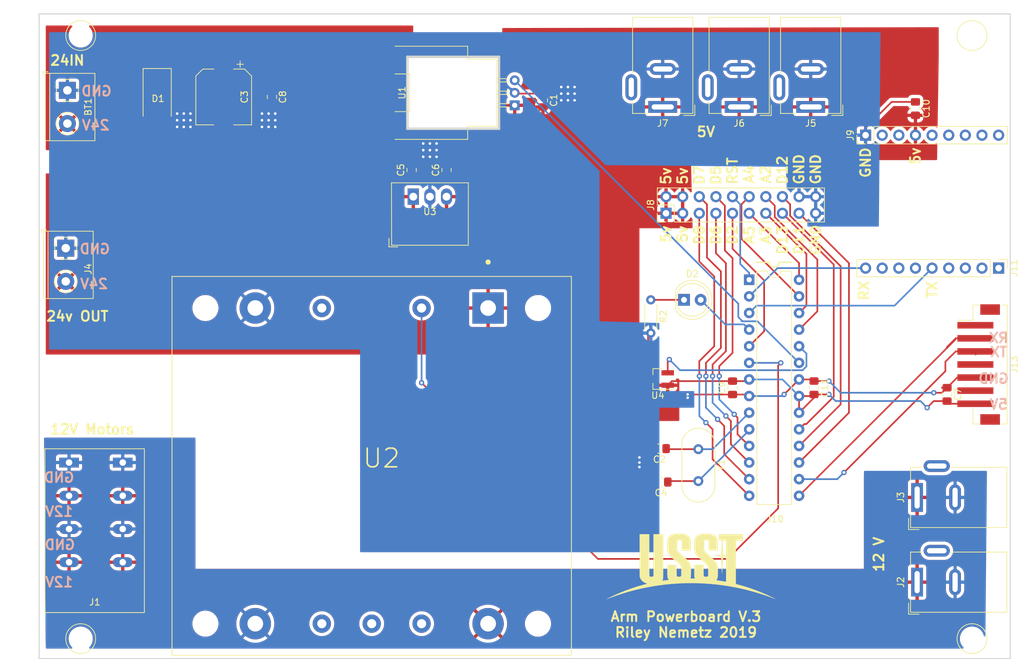
<source format=kicad_pcb>
(kicad_pcb (version 20221018) (generator pcbnew)
  (layers (0 "F.Cu" signal) (31 "B.Cu" signal) (34 "B.Paste" user) (35 "F.Paste" user) (36 "B.SilkS" user "B.Silkscreen") (37 "F.SilkS" user "F.Silkscreen") (38 "B.Mask" user) (39 "F.Mask" user) (44 "Edge.Cuts" user))
  (net 0 "")
  (net 1 "Net-(C2-Pad1)")
  (net 2 "Net-(C4-Pad1)")
  (net 3 "Net-(D2-Pad1)")
  (net 4 "12v-")
  (net 5 "12v+")
  (net 6 "24v")
  (net 7 "Net-(J10-Pad14)")
  (net 8 "Net-(J10-Pad13)")
  (net 9 "Net-(J10-Pad12)")
  (net 10 "Net-(J10-Pad11)")
  (net 11 "Net-(J10-Pad5)")
  (net 12 "Rx")
  (net 13 "Tx")
  (net 14 "ISense")
  (net 15 "TempSense")
  (net 16 "Net-(J10-Pad25)")
  (net 17 "Net-(J10-Pad26)")
  (net 18 "Net-(J10-Pad1)")
  (net 19 "Net-(J10-Pad17)")
  (net 20 "Net-(J10-Pad18)")
  (net 21 "Net-(J10-Pad19)")
  (net 22 "RX1")
  (net 23 "TX1")
  (net 24 "5v+")
  (net 25 "Net-(BT1-Pad2)")
  (net 26 "Net-(D2-Pad2)")
  (net 27 "ONoff")
  (net 28 "GND")
  (net 29 "Net-(J10-Pad28)")
  (net 30 "Net-(J10-Pad27)")
  (footprint "TerminalBlocks:TerminalBlock_1x02_P5.08mm_Horizontal" (layer "F.Cu") (at 24.892 43.942 -90)
    (fp_text reference "BT1")
    (fp_text value "24vin")
  )
  (footprint "Capacitor_SMD:C_0805_2012Metric_Pad1.15x1.40mm_HandSolder" (layer "F.Cu") (at 77.47 56.125 90)
    (fp_text reference "C5")
    (fp_text value "10pF")
  )
  (footprint "Capacitor_SMD:C_0805_2012Metric_Pad1.15x1.40mm_HandSolder" (layer "F.Cu") (at 82.804 56.125 90)
    (fp_text reference "C6")
    (fp_text value "10pF")
  )
  (footprint "Connector_PinHeader_2.54mm:PinHeader_2x10_P2.54mm_Vertical" (layer "F.Cu") (at 116.332 62.738 90)
    (fp_text reference "J8")
    (fp_text value "Gpio out")
  )
  (footprint "Capacitor_SMD:C_0805_2012Metric_Pad1.15x1.40mm_HandSolder" (layer "F.Cu") (at 159.258 90.424 -90)
    (fp_text reference "C7")
    (fp_text value "100nF")
  )
  (footprint "Capacitor_SMD:C_0805_2012Metric_Pad1.15x1.40mm_HandSolder" (layer "F.Cu") (at 56.134 44.958 -90)
    (fp_text reference "C8")
    (fp_text value "10 uF")
  )
  (footprint "Capacitor_SMD:C_0805_2012Metric_Pad1.15x1.40mm_HandSolder" (layer "F.Cu") (at 126.492 89.417 90)
    (fp_text reference "C9")
    (fp_text value "100nF")
  )
  (footprint "Capacitor_SMD:C_0805_2012Metric_Pad1.15x1.40mm_HandSolder" (layer "F.Cu") (at 154.432 46.736 -90)
    (fp_text reference "C10")
    (fp_text value "100nF")
  )
  (footprint "Capacitor_SMD:C_0805_2012Metric_Pad1.15x1.40mm_HandSolder" (layer "F.Cu") (at 138.938 89.408 -90)
    (fp_text reference "C11")
    (fp_text value "100nF")
  )
  (footprint "Capacitor_SMD:C_0805_2012Metric_Pad1.15x1.40mm_HandSolder" (layer "F.Cu") (at 115.325 98.708598 180)
    (fp_text reference "C2")
    (fp_text value "22pF")
  )
  (footprint "Capacitor_SMD:C_0805_2012Metric_Pad1.15x1.40mm_HandSolder" (layer "F.Cu") (at 115.579 103.818598 180)
    (fp_text reference "C4")
    (fp_text value "22pF")
  )
  (footprint "Connector_BarrelJack:BarrelJack_Wuerth_6941xx301002" (layer "F.Cu") (at 154.686 119.126 90)
    (fp_text reference "J2")
    (fp_text value "Barrel_Jack")
  )
  (footprint "Connector_BarrelJack:BarrelJack_Wuerth_6941xx301002" (layer "F.Cu") (at 154.686 106.172 90)
    (fp_text reference "J3")
    (fp_text value "Barrel_Jack")
  )
  (footprint "Connector_BarrelJack:BarrelJack_Wuerth_6941xx301002" (layer "F.Cu") (at 138.43 46.482 180)
    (fp_text reference "J5")
    (fp_text value "Barrel_Jack")
  )
  (footprint "Connector_BarrelJack:BarrelJack_Wuerth_6941xx301002" (layer "F.Cu") (at 127.508 46.482 180)
    (fp_text reference "J6")
    (fp_text value "Barrel_Jack")
  )
  (footprint "Connector_BarrelJack:BarrelJack_Wuerth_6941xx301002" (layer "F.Cu") (at 115.824 46.482 180)
    (fp_text reference "J7")
    (fp_text value "Barrel_Jack")
  )
  (footprint "USSTlogo:USSTLOGO" (layer "F.Cu") (at 120.142 116.713)
    (fp_text reference "G***" hide)
    (fp_text value "LOGO" hide)
  )
  (footprint "Capacitor_SMD:C_0805_2012Metric_Pad1.15x1.40mm_HandSolder" (layer "F.Cu") (at 97.536 45.466 -90)
    (fp_text reference "C1")
    (fp_text value "100nF")
  )
  (footprint "Capacitor_SMD:CP_Elec_8x10" (layer "F.Cu") (at 48.768 44.958 -90)
    (fp_text reference "C3")
    (fp_text value "220uF")
  )
  (footprint "Diode_SMD:D_SMB_Handsoldering" (layer "F.Cu") (at 38.608 45.212 -90)
    (fp_text reference "D1")
    (fp_text value "D_Zener")
  )
  (footprint "LED_THT:LED_D5.0mm_IRGrey" (layer "F.Cu") (at 119.084059 75.968813)
    (fp_text reference "D2")
    (fp_text value "LED")
  )
  (footprint "TerminalBlocks:TerminalBlock_Big4pin" (layer "F.Cu") (at 25.146 100.838 -90)
    (fp_text reference "J1")
    (fp_text value "Screw_Terminal_01x04")
  )
  (footprint "TerminalBlocks:TerminalBlock_1x02_P5.08mm_Horizontal" (layer "F.Cu") (at 24.638 68.072 -90)
    (fp_text reference "J4")
    (fp_text value "Screw_Terminal_01x02")
  )
  (footprint "Connector_PinHeader_2.54mm:PinHeader_1x09_P2.54mm_Vertical" (layer "F.Cu") (at 146.812 50.8 90)
    (fp_text reference "J9")
    (fp_text value "Breakout L")
  )
  (footprint "Package_DIP:DIP-28_W7.62mm" (layer "F.Cu") (at 129.032 72.898)
    (fp_text reference "J10")
    (fp_text value "Atmega Holder")
  )
  (footprint "Connector_PinHeader_2.54mm:PinHeader_1x09_P2.54mm_Vertical" (layer "F.Cu") (at 167.132 71.12 -90)
    (fp_text reference "J11")
    (fp_text value "Breakout R")
  )
  (footprint "Connector_JST:JST_PH_B7B-PH-SM4-TB_1x07-1MP_P2.00mm_Vertical" (layer "F.Cu") (at 164.084 85.852 -90)
    (fp_text reference "J13")
    (fp_text value "JST serial")
  )
  (footprint "Resistor_THT:R_Axial_DIN0204_L3.6mm_D1.6mm_P5.08mm_Horizontal" (layer "F.Cu") (at 114.004059 75.968813 -90)
    (fp_text reference "R2")
    (fp_text value "R")
  )
  (footprint "Sensor_Current:Allegro_CB_PSF" (layer "F.Cu") (at 93.218 46.228 90)
    (fp_text reference "U1")
    (fp_text value "ACS758")
    (fp_line (start -3.59 -16.4) (end 7.41 -16.4) (stroke (width 0.381)) (layer "Edge.Cuts"))
    (fp_line (start -3.59 -2.4) (end -3.59 -16.4) (stroke (width 0.381)) (layer "Edge.Cuts"))
    (fp_line (start 7.41 -16.4) (end 7.41 -2.4) (stroke (width 0.381)) (layer "Edge.Cuts"))
    (fp_line (start 7.41 -2.4) (end -3.59 -2.4) (stroke (width 0.381)) (layer "Edge.Cuts"))
  )
  (footprint "VHB200W-Q24-S12:CONV_VHB200W-Q24-S12" (layer "F.Cu") (at 71.374 101.346 -90)
    (fp_text reference "U2")
    (fp_text value "VHB200W-Q24-S12")
  )
  (footprint "Package_TO_SOT_SMD:SOT-23_Handsoldering" (layer "F.Cu") (at 115.086 88.072 180)
    (fp_text reference "U4")
    (fp_text value "Temp sense")
  )
  (footprint "Crystal:Crystal_HC49-U_Vertical" (layer "F.Cu") (at 121.268574 98.79554 -90)
    (fp_text reference "Y1")
    (fp_text value "Crystal")
  )
  (footprint "TerminalBlocks:V7805-1000" (layer "F.Cu") (at 77.724 60.198)
    (fp_text reference "U3")
    (fp_text value "V7805-1000")
  )
  (footprint "ScrewMount:MountingHole" (layer "F.Cu") (at 163.068 35.56)
    (fp_text reference "REF**" hide)
    (fp_text value "MountingHole" hide)
  )
  (footprint "ScrewMount:MountingHole" (layer "F.Cu") (at 26.924 35.56)
    (fp_text reference "REF**" hide)
    (fp_text value "MountingHole" hide)
  )
  (footprint "ScrewMount:MountingHole" (layer "F.Cu") (at 26.924 127.762)
    (fp_text reference "REF**" hide)
    (fp_text value "MountingHole" hide)
  )
  (footprint "ScrewMount:MountingHole" (layer "F.Cu") (at 163.068 127.762)
    (fp_text reference "REF**" hide)
    (fp_text value "MountingHole" hide)
  )
  (gr_line (start 133.604 70.231) (end 135.509 70.231) (stroke (width 0.2)) (layer "F.SilkS"))
  (gr_arc (start 133.604 70.231) (mid 132.842 70.993) (end 132.08 70.231) (stroke (width 0.2)) (layer "F.SilkS"))
  (gr_line (start 132.08 70.231) (end 130.175 70.231) (stroke (width 0.2)) (layer "F.SilkS"))
  (gr_line (start 130.175 70.231) (end 130.302 70.231) (stroke (width 0.2)) (layer "F.SilkS"))
  (gr_line (start 20.574 130.81) (end 168.91 130.81) (stroke (width 0.15)) (layer "Edge.Cuts"))
  (gr_line (start 168.91 32.258) (end 20.574 32.258) (stroke (width 0.15)) (layer "Edge.Cuts"))
  (gr_line (start 20.574 32.258) (end 20.574 130.81) (stroke (width 0.15)) (layer "Edge.Cuts"))
  (gr_line (start 168.91 130.81) (end 168.91 32.258) (stroke (width 0.15)) (layer "Edge.Cuts"))
  (gr_text "GND" (at 23.749 113.411) (layer "B.SilkS") (effects (font (size 1.5 1.5) (thickness 0.3)) (justify mirror)))
  (gr_text "12V" (at 23.622 119.126) (layer "B.SilkS") (effects (font (size 1.5 1.5) (thickness 0.3)) (justify mirror)))
  (gr_text "GND" (at 29.337 44.069) (layer "B.SilkS") (effects (font (size 1.5 1.5) (thickness 0.3)) (justify mirror)))
  (gr_text "24V" (at 29.21 49.276) (layer "B.SilkS") (effects (font (size 1.5 1.5) (thickness 0.3)) (justify mirror)))
  (gr_text "5V" (at 167.132 91.948) (layer "B.SilkS") (effects (font (size 1.5 1.5) (thickness 0.3)) (justify mirror)))
  (gr_text "GND" (at 29.083 68.199) (layer "B.SilkS") (effects (font (size 1.5 1.5) (thickness 0.3)) (justify mirror)))
  (gr_text "GND" (at 23.622 103.124) (layer "B.SilkS") (effects (font (size 1.5 1.5) (thickness 0.3)) (justify mirror)))
  (gr_text "24V" (at 28.956 73.533) (layer "B.SilkS") (effects (font (size 1.5 1.5) (thickness 0.3)) (justify mirror)))
  (gr_text "GND\n" (at 166.37 88.011) (layer "B.SilkS") (effects (font (size 1.5 1.5) (thickness 0.3)) (justify mirror)))
  (gr_text "TX" (at 167.132 83.947) (layer "B.SilkS") (effects (font (size 1.5 1.5) (thickness 0.3)) (justify mirror)))
  (gr_text "RX\n" (at 167.132 81.788) (layer "B.SilkS") (effects (font (size 1.5 1.5) (thickness 0.3)) (justify mirror)))
  (gr_text "12V" (at 23.622 108.331) (layer "B.SilkS") (effects (font (size 1.5 1.5) (thickness 0.3)) (justify mirror)))
  (gr_text "D5" (at 123.952 56.896 90) (layer "F.SilkS") (effects (font (size 1.5 1.5) (thickness 0.3))))
  (gr_text "GND" (at 136.652 56.007 90) (layer "F.SilkS") (effects (font (size 1.5 1.5) (thickness 0.3))))
  (gr_text "24IN\n" (at 24.892 39.37) (layer "F.SilkS") (effects (font (size 1.5 1.5) (thickness 0.3))))
  (gr_text "RST" (at 126.492 56.261 90) (layer "F.SilkS") (effects (font (size 1.5 1.5) (thickness 0.3))))
  (gr_text "5v" (at 116.332 65.913 90) (layer "F.SilkS") (effects (font (size 1.5 1.5) (thickness 0.3))))
  (gr_text "TX" (at 156.972 74.422 90) (layer "F.SilkS") (effects (font (size 1.5 1.5) (thickness 0.3))))
  (gr_text "A5" (at 129.032 66.04 90) (layer "F.SilkS") (effects (font (size 1.5 1.5) (thickness 0.3))))
  (gr_text "D13" (at 134.112 66.802 90) (layer "F.SilkS") (effects (font (size 1.5 1.5) (thickness 0.3))))
  (gr_text "12V Motors" (at 28.702 95.758) (layer "F.SilkS") (effects (font (size 1.5 1.5) (thickness 0.3))))
  (gr_text "5v" (at 154.432 53.975 90) (layer "F.SilkS") (effects (font (size 1.5 1.5) (thickness 0.3))))
  (gr_text "5v" (at 116.332 57.023 90) (layer "F.SilkS") (effects (font (size 1.5 1.5) (thickness 0.3))))
  (gr_text "5v" (at 118.872 57.023 90) (layer "F.SilkS") (effects (font (size 1.5 1.5) (thickness 0.3))))
  (gr_text "D6" (at 123.952 66.04 90) (layer "F.SilkS") (effects (font (size 1.5 1.5) (thickness 0.3))))
  (gr_text "A4" (at 129.032 56.769 90) (layer "F.SilkS") (effects (font (size 1.5 1.5) (thickness 0.3))))
  (gr_text "D7" (at 121.412 56.896 90) (layer "F.SilkS") (effects (font (size 1.5 1.5) (thickness 0.3))))
  (gr_text "Arm Powerboard V.3\nRiley Nemetz 2019" (at 119.38 125.603) (layer "F.SilkS") (effects (font (size 1.5 1.5) (thickness 0.3))))
  (gr_text "24v OUT" (at 26.416 78.486) (layer "F.SilkS") (effects (font (size 1.5 1.5) (thickness 0.3))))
  (gr_text "D8" (at 121.412 66.04 90) (layer "F.SilkS") (effects (font (size 1.5 1.5) (thickness 0.3))))
  (gr_text "D2" (at 126.492 66.04 90) (layer "F.SilkS") (effects (font (size 1.5 1.5) (thickness 0.3))))
  (gr_text "A3" (at 131.572 66.04 90) (layer "F.SilkS") (effects (font (size 1.5 1.5) (thickness 0.3))))
  (gr_text "5v" (at 118.872 65.913 90) (layer "F.SilkS") (effects (font (size 1.5 1.5) (thickness 0.3))))
  (gr_text "GND" (at 139.192 56.007 90) (layer "F.SilkS") (effects (font (size 1.5 1.5) (thickness 0.3))))
  (gr_text "GND\n" (at 146.812 54.991 90) (layer "F.SilkS") (effects (font (size 1.5 1.5) (thickness 0.3))))
  (gr_text "A2" (at 131.572 56.769 90) (layer "F.SilkS") (effects (font (size 1.5 1.5) (thickness 0.3))))
  (gr_text "D12" (at 134.112 56.134 90) (layer "F.SilkS") (effects (font (size 1.5 1.5) (thickness 0.3))))
  (gr_text "RX\n" (at 146.558 74.549 90) (layer "F.SilkS") (effects (font (size 1.5 1.5) (thickness 0.3))))
  (gr_text "GND\n" (at 139.192 66.802 90) (layer "F.SilkS") (effects (font (size 1.5 1.5) (thickness 0.3))))
  (gr_text "5V\n" (at 122.428 50.292) (layer "F.SilkS") (effects (font (size 1.5 1.5) (thickness 0.3))))
  (gr_text "12 V " (at 148.844 114.3 90) (layer "F.SilkS") (effects (font (size 1.5 1.5) (thickness 0.3))))
  (gr_text "D11" (at 136.652 66.802 90) (layer "F.SilkS") (effects (font (size 1.5 1.5) (thickness 0.3))))
  (segment (start 116.211414 98.79554) (end 116.124472 98.708598) (width 0.25) (layer "F.Cu") (net 1))
  (segment (start 121.268574 98.79554) (end 116.211414 98.79554) (width 0.25) (layer "F.Cu") (net 1))
  (segment (start 121.268574 98.79554) (end 123.45446 98.79554) (width 0.25) (layer "B.Cu") (net 1))
  (segment (start 123.45446 98.79554) (end 129.032 93.218) (width 0.25) (layer "B.Cu") (net 1))
  (segment (start 121.268574 103.67554) (end 116.26753 103.67554) (width 0.25) (layer "F.Cu") (net 2))
  (segment (start 116.26753 103.67554) (end 116.124472 103.818598) (width 0.25) (layer "F.Cu") (net 2))
  (segment (start 121.268574 103.67554) (end 129.032 95.912114) (width 0.25) (layer "B.Cu") (net 2))
  (segment (start 129.032 95.912114) (end 129.032 95.758) (width 0.25) (layer "B.Cu") (net 2))
  (segment (start 117.934059 75.968813) (end 114.004059 75.968813) (width 0.25) (layer "F.Cu") (net 3))
  (segment (start 119.084059 75.968813) (end 117.934059 75.968813) (width 0.25) (layer "F.Cu") (net 3))
  (segment (start 77.724 59.798) (end 77.724 60.198) (width 0.25) (layer "F.Cu") (net 6))
  (segment (start 128.232001 105.118001) (end 123.444 100.33) (width 0.25) (layer "F.Cu") (net 7))
  (segment (start 123.698 83.058) (end 123.698 72.39) (width 0.25) (layer "F.Cu") (net 7))
  (segment (start 121.412 70.104) (end 121.412 62.738) (width 0.25) (layer "F.Cu") (net 7))
  (segment (start 123.698 72.39) (end 121.412 70.104) (width 0.25) (layer "F.Cu") (net 7))
  (segment (start 121.412 87.048318) (end 121.412 85.344) (width 0.25) (layer "F.Cu") (net 7))
  (segment (start 129.032 105.918) (end 128.232001 105.118001) (width 0.25) (layer "F.Cu") (net 7))
  (segment (start 123.444 95.758) (end 122.428 94.742) (width 0.25) (layer "F.Cu") (net 7))
  (segment (start 121.412 85.344) (end 123.698 83.058) (width 0.25) (layer "F.Cu") (net 7))
  (segment (start 121.427997 87.63) (end 121.427997 87.064315) (width 0.25) (layer "F.Cu") (net 7))
  (segment (start 121.427997 87.064315) (end 121.412 87.048318) (width 0.25) (layer "F.Cu") (net 7))
  (segment (start 123.444 100.33) (end 123.444 95.758) (width 0.25) (layer "F.Cu") (net 7))
  (via (at 122.428 94.742) (size 0.8) (drill 0.4) (layers "F.Cu" "B.Cu") (net 7))
  (via (at 121.427997 87.63) (size 0.8) (drill 0.4) (layers "F.Cu" "B.Cu") (net 7))
  (segment (start 121.427997 93.741997) (end 121.427997 87.63) (width 0.25) (layer "B.Cu") (net 7))
  (segment (start 122.428 94.742) (end 121.427997 93.741997) (width 0.25) (layer "B.Cu") (net 7))
  (segment (start 129.032 103.378) (end 128.232001 102.578001) (width 0.25) (layer "F.Cu") (net 8))
  (segment (start 122.261999 61.047999) (end 121.412 60.198) (width 0.25) (layer "F.Cu") (net 8))
  (segment (start 122.428 87.63) (end 122.428 85.598) (width 0.25) (layer "F.Cu") (net 8))
  (segment (start 122.587001 61.373001) (end 122.261999 61.047999) (width 0.25) (layer "F.Cu") (net 8))
  (segment (start 125.222 99.568) (end 125.222 95.25) (width 0.25) (layer "F.Cu") (net 8))
  (segment (start 128.232001 102.578001) (end 125.222 99.568) (width 0.25) (layer "F.Cu") (net 8))
  (segment (start 122.587001 69.501001) (end 122.587001 61.373001) (width 0.25) (layer "F.Cu") (net 8))
  (segment (start 124.714 71.628) (end 122.587001 69.501001) (width 0.25) (layer "F.Cu") (net 8))
  (segment (start 125.222 95.25) (end 124.206 94.234) (width 0.25) (layer "F.Cu") (net 8))
  (segment (start 122.428 85.598) (end 124.714 83.312) (width 0.25) (layer "F.Cu") (net 8))
  (segment (start 124.714 83.312) (end 124.714 71.628) (width 0.25) (layer "F.Cu") (net 8))
  (via (at 122.428 87.63) (size 0.8) (drill 0.4) (layers "F.Cu" "B.Cu") (net 8))
  (via (at 124.206 94.234) (size 0.8) (drill 0.4) (layers "F.Cu" "B.Cu") (net 8))
  (segment (start 122.428 92.456) (end 122.428 87.63) (width 0.25) (layer "B.Cu") (net 8))
  (segment (start 124.206 94.234) (end 122.428 92.456) (width 0.25) (layer "B.Cu") (net 8))
  (segment (start 123.444 85.852) (end 125.476 83.82) (width 0.25) (layer "F.Cu") (net 9))
  (segment (start 125.476 83.82) (end 125.476 70.358) (width 0.25) (layer "F.Cu") (net 9))
  (segment (start 125.476 70.358) (end 123.952 68.834) (width 0.25) (layer "F.Cu") (net 9))
  (segment (start 126.238 98.044) (end 126.238 94.488) (width 0.25) (layer "F.Cu") (net 9))
  (segment (start 123.444 87.63) (end 123.444 85.852) (width 0.25) (layer "F.Cu") (net 9))
  (segment (start 126.238 94.488) (end 125.476 93.726) (width 0.25) (layer "F.Cu") (net 9))
  (segment (start 128.232001 100.038001) (end 126.238 98.044) (width 0.25) (layer "F.Cu") (net 9))
  (segment (start 129.032 100.838) (end 128.232001 100.038001) (width 0.25) (layer "F.Cu") (net 9))
  (segment (start 123.952 68.834) (end 123.952 62.738) (width 0.25) (layer "F.Cu") (net 9))
  (via (at 123.444 87.63) (size 0.8) (drill 0.4) (layers "F.Cu" "B.Cu") (net 9))
  (via (at 125.476 93.726) (size 0.8) (drill 0.4) (layers "F.Cu" "B.Cu") (net 9))
  (segment (start 125.476 93.726) (end 125.076001 93.326001) (width 0.25) (layer "B.Cu") (net 9))
  (segment (start 125.076001 93.326001) (end 123.444 91.694) (width 0.25) (layer "B.Cu") (net 9))
  (segment (start 123.444 91.694) (end 123.444 87.63) (width 0.25) (layer "B.Cu") (net 9))
  (segment (start 126.492 84.074) (end 126.492 69.596) (width 0.25) (layer "F.Cu") (net 10))
  (segment (start 129.032 98.298) (end 128.232001 97.498001) (width 0.25) (layer "F.Cu") (net 10))
  (segment (start 125.316999 68.420999) (end 125.316999 61.562999) (width 0.25) (layer "F.Cu") (net 10))
  (segment (start 124.46 87.63) (end 124.46 86.106) (width 0.25) (layer "F.Cu") (net 10))
  (segment (start 127.254 93.98) (end 126.746 93.472) (width 0.25) (layer "F.Cu") (net 10))
  (segment (start 124.46 86.106) (end 126.492 84.074) (width 0.25) (layer "F.Cu") (net 10))
  (segment (start 128.232001 97.498001) (end 127.254 96.52) (width 0.25) (layer "F.Cu") (net 10))
  (segment (start 127.254 96.52) (end 127.254 93.98) (width 0.25) (layer "F.Cu") (net 10))
  (segment (start 124.801999 61.047999) (end 123.952 60.198) (width 0.25) (layer "F.Cu") (net 10))
  (segment (start 126.492 69.596) (end 125.316999 68.420999) (width 0.25) (layer "F.Cu") (net 10))
  (segment (start 125.316999 61.562999) (end 124.801999 61.047999) (width 0.25) (layer "F.Cu") (net 10))
  (via (at 126.746 93.472) (size 0.8) (drill 0.4) (layers "F.Cu" "B.Cu") (net 10))
  (via (at 124.46 87.63) (size 0.8) (drill 0.4) (layers "F.Cu" "B.Cu") (net 10))
  (segment (start 124.46 91.186) (end 124.46 87.63) (width 0.25) (layer "B.Cu") (net 10))
  (segment (start 126.746 93.472) (end 124.46 91.186) (width 0.25) (layer "B.Cu") (net 10))
  (segment (start 131.318 72.998998) (end 126.492 68.172998) (width 0.25) (layer "F.Cu") (net 11))
  (segment (start 126.492 68.172998) (end 126.492 63.940081) (width 0.25) (layer "F.Cu") (net 11))
  (segment (start 126.492 63.940081) (end 126.492 62.738) (width 0.25) (layer "F.Cu") (net 11))
  (segment (start 131.318 80.772) (end 131.318 72.998998) (width 0.25) (layer "F.Cu") (net 11))
  (segment (start 129.032 83.058) (end 131.318 80.772) (width 0.25) (layer "F.Cu") (net 11))
  (segment (start 129.032 75.438) (end 133.35 71.12) (width 0.25) (layer "B.Cu") (net 12))
  (segment (start 133.35 71.12) (end 146.812 71.12) (width 0.25) (layer "B.Cu") (net 12))
  (segment (start 129.032 77.978) (end 130.157001 76.852999) (width 0.25) (layer "B.Cu") (net 13))
  (segment (start 156.122001 71.969999) (end 156.972 71.12) (width 0.25) (layer "B.Cu") (net 13))
  (segment (start 130.157001 76.852999) (end 151.239001 76.852999) (width 0.25) (layer "B.Cu") (net 13))
  (segment (start 151.239001 76.852999) (end 156.122001 71.969999) (width 0.25) (layer "B.Cu") (net 13))
  (segment (start 129.54 79.248) (end 129.794 79.248) (width 0.25) (layer "B.Cu") (net 14))
  (segment (start 127.373001 78.605001) (end 128.016 79.248) (width 0.25) (layer "B.Cu") (net 14))
  (segment (start 127.884998 79.248) (end 128.016 79.248) (width 0.25) (layer "B.Cu") (net 14))
  (segment (start 130.302 79.248) (end 136.652 85.598) (width 0.25) (layer "B.Cu") (net 14))
  (segment (start 129.54 79.248) (end 130.302 79.248) (width 0.25) (layer "B.Cu") (net 14))
  (segment (start 128.016 79.248) (end 129.54 79.248) (width 0.25) (layer "B.Cu") (net 14))
  (segment (start 127.373001 76.563001) (end 127.373001 78.605001) (width 0.25) (layer "B.Cu") (net 14))
  (segment (start 93.218 42.408) (end 127.373001 76.563001) (width 0.25) (layer "B.Cu") (net 14))
  (segment (start 116.586 87.122) (end 116.586 85.344) (width 0.25) (layer "F.Cu") (net 15))
  (segment (start 116.586 85.344) (end 116.84 85.09) (width 0.25) (layer "F.Cu") (net 15))
  (via (at 116.84 85.09) (size 0.8) (drill 0.4) (layers "F.Cu" "B.Cu") (net 15))
  (segment (start 116.84 85.09) (end 118.473001 86.723001) (width 0.25) (layer "B.Cu") (net 15))
  (segment (start 137.777001 84.183001) (end 137.451999 83.857999) (width 0.25) (layer "B.Cu") (net 15))
  (segment (start 137.777001 86.138001) (end 137.777001 84.183001) (width 0.25) (layer "B.Cu") (net 15))
  (segment (start 137.451999 83.857999) (end 136.652 83.058) (width 0.25) (layer "B.Cu") (net 15))
  (segment (start 118.473001 86.723001) (end 137.192001 86.723001) (width 0.25) (layer "B.Cu") (net 15))
  (segment (start 137.192001 86.723001) (end 137.777001 86.138001) (width 0.25) (layer "B.Cu") (net 15))
  (segment (start 136.652 80.518) (end 139.446 77.724) (width 0.25) (layer "F.Cu") (net 16))
  (segment (start 139.446 77.724) (end 139.446 69.811002) (width 0.25) (layer "F.Cu") (net 16))
  (segment (start 132.936999 63.302001) (end 132.936999 61.562999) (width 0.25) (layer "F.Cu") (net 16))
  (segment (start 132.936999 61.562999) (end 132.747001 61.373001) (width 0.25) (layer "F.Cu") (net 16))
  (segment (start 139.446 69.811002) (end 132.936999 63.302001) (width 0.25) (layer "F.Cu") (net 16))
  (segment (start 132.747001 61.373001) (end 131.572 60.198) (width 0.25) (layer "F.Cu") (net 16))
  (segment (start 132.421999 63.587999) (end 131.572 62.738) (width 0.25) (layer "F.Cu") (net 17))
  (segment (start 137.777001 68.943001) (end 132.421999 63.587999) (width 0.25) (layer "F.Cu") (net 17))
  (segment (start 136.652 77.978) (end 137.777001 76.852999) (width 0.25) (layer "F.Cu") (net 17))
  (segment (start 137.777001 76.852999) (end 137.777001 68.943001) (width 0.25) (layer "F.Cu") (net 17))
  (segment (start 129.032 72.898) (end 129.032 71.848) (width 0.25) (layer "B.Cu") (net 18))
  (segment (start 127.087999 60.285999) (end 126.238 59.436) (width 0.25) (layer "B.Cu") (net 18))
  (segment (start 127.341999 61.047999) (end 126.492 60.198) (width 0.25) (layer "B.Cu") (net 18))
  (segment (start 129.032 71.848) (end 127.667001 70.483001) (width 0.25) (layer "B.Cu") (net 18))
  (segment (start 127.667001 70.483001) (end 127.667001 61.373001) (width 0.25) (layer "B.Cu") (net 18))
  (segment (start 127.667001 61.373001) (end 127.341999 61.047999) (width 0.25) (layer "B.Cu") (net 18))
  (segment (start 136.652 100.838) (end 144.272 93.218) (width 0.25) (layer "F.Cu") (net 19))
  (segment (start 141.61602 67.70202) (end 136.652 62.738) (width 0.25) (layer "F.Cu") (net 19))
  (segment (start 144.272 93.218) (end 144.272 70.358) (width 0.25) (layer "F.Cu") (net 19))
  (segment (start 144.272 70.358) (end 141.61602 67.70202) (width 0.25) (layer "F.Cu") (net 19))
  (segment (start 143.002 70.827002) (end 143.002 91.948) (width 0.25) (layer "F.Cu") (net 20))
  (segment (start 143.002 91.948) (end 137.451999 97.498001) (width 0.25) (layer "F.Cu") (net 20))
  (segment (start 137.451999 97.498001) (end 136.652 98.298) (width 0.25) (layer "F.Cu") (net 20))
  (segment (start 135.287001 63.112003) (end 143.002 70.827002) (width 0.25) (layer "F.Cu") (net 20))
  (segment (start 134.112 60.198) (end 135.287001 61.373001) (width 0.25) (layer "F.Cu") (net 20))
  (segment (start 135.287001 61.373001) (end 135.287001 63.112003) (width 0.25) (layer "F.Cu") (net 20))
  (segment (start 136.652 95.758) (end 137.451999 94.958001) (width 0.25) (layer "F.Cu") (net 21))
  (segment (start 141.949001 90.772001) (end 141.949001 70.575001) (width 0.25) (layer "F.Cu") (net 21))
  (segment (start 140.716 69.342) (end 134.112 62.738) (width 0.25) (layer "F.Cu") (net 21))
  (segment (start 137.451999 94.958001) (end 137.763001 94.958001) (width 0.25) (layer "F.Cu") (net 21))
  (segment (start 137.763001 94.958001) (end 141.949001 90.772001) (width 0.25) (layer "F.Cu") (net 21))
  (segment (start 141.949001 70.575001) (end 140.716 69.342) (width 0.25) (layer "F.Cu") (net 21))
  (segment (start 160.584 81.852) (end 159.258 83.178) (width 0.25) (layer "F.Cu") (net 22))
  (segment (start 163.584 81.852) (end 160.584 81.852) (width 0.25) (layer "F.Cu") (net 22))
  (segment (start 159.258 83.178) (end 159.258 83.312) (width 0.25) (layer "F.Cu") (net 22))
  (segment (start 159.258 83.312) (end 160.528 82.042) (width 0.25) (layer "F.Cu") (net 22))
  (segment (start 136.652 105.918) (end 159.258 83.312) (width 0.25) (layer "F.Cu") (net 22))
  (segment (start 163.616 84.328) (end 164.092 83.852) (width 0.25) (layer "F.Cu") (net 23))
  (segment (start 163.584 83.852) (end 160.584 83.852) (width 0.25) (layer "F.Cu") (net 23))
  (segment (start 159.004 85.432) (end 159.004 86.868) (width 0.25) (layer "F.Cu") (net 23))
  (segment (start 143.51 102.362) (end 159.004 86.868) (width 0.25) (layer "F.Cu") (net 23))
  (segment (start 160.584 83.852) (end 159.004 85.432) (width 0.25) (layer "F.Cu") (net 23))
  (via (at 143.51 102.362) (size 0.8) (drill 0.4) (layers "F.Cu" "B.Cu") (net 23))
  (segment (start 142.494 103.378) (end 143.51 102.362) (width 0.25) (layer "B.Cu") (net 23))
  (segment (start 136.652 103.378) (end 142.494 103.378) (width 0.25) (layer "B.Cu") (net 23))
  (segment (start 126.492 88.392) (end 128.778 88.392) (width 0.25) (layer "F.Cu") (net 24))
  (segment (start 159.661 91.852) (end 159.258 91.449) (width 0.25) (layer "F.Cu") (net 24))
  (segment (start 164.092 91.852) (end 159.661 91.852) (width 0.25) (layer "F.Cu") (net 24))
  (segment (start 138.938 90.932) (end 138.938 90.433) (width 0.25) (layer "F.Cu") (net 24))
  (segment (start 128.778 88.392) (end 129.032 88.138) (width 0.25) (layer "F.Cu") (net 24))
  (segment (start 157.217 91.449) (end 159.258 91.449) (width 0.25) (layer "F.Cu") (net 24))
  (segment (start 156.21 92.456) (end 157.217 91.449) (width 0.25) (layer "F.Cu") (net 24))
  (segment (start 136.652 93.218) (end 138.938 90.932) (width 0.25) (layer "F.Cu") (net 24))
  (segment (start 136.652 90.678) (end 138.693 90.678) (width 0.25) (layer "F.Cu") (net 24))
  (segment (start 136.652 90.678) (end 136.652 93.218) (width 0.25) (layer "F.Cu") (net 24))
  (segment (start 138.693 90.678) (end 138.938 90.433) (width 0.25) (layer "F.Cu") (net 24))
  (segment (start 138.938 90.433) (end 141.215 90.433) (width 0.25) (layer "F.Cu") (net 24))
  (segment (start 141.215 90.433) (end 141.224 90.424) (width 0.25) (layer "F.Cu") (net 24))
  (segment (start 117.216 88.392) (end 116.586 89.022) (width 0.25) (layer "F.Cu") (net 24))
  (segment (start 126.492 88.392) (end 117.216 88.392) (width 0.25) (layer "F.Cu") (net 24))
  (via (at 156.21 92.456) (size 0.8) (drill 0.4) (layers "F.Cu" "B.Cu") (net 24))
  (via (at 141.224 90.424) (size 0.8) (drill 0.4) (layers "F.Cu" "B.Cu") (net 24))
  (segment (start 134.112 88.138) (end 136.652 90.678) (width 0.25) (layer "B.Cu") (net 24))
  (segment (start 142.24 91.44) (end 155.194 91.44) (width 0.25) (layer "B.Cu") (net 24))
  (segment (start 155.194 91.44) (end 156.21 92.456) (width 0.25) (layer "B.Cu") (net 24))
  (segment (start 129.032 88.138) (end 134.112 88.138) (width 0.25) (layer "B.Cu") (net 24))
  (segment (start 141.224 90.424) (end 142.24 91.44) (width 0.25) (layer "B.Cu") (net 24))
  (segment (start 122.524058 76.868812) (end 121.624059 75.968813) (width 0.25) (layer "B.Cu") (net 26))
  (segment (start 128.232001 79.718001) (end 125.373247 79.718001) (width 0.25) (layer "B.Cu") (net 26))
  (segment (start 129.032 80.518) (end 128.232001 79.718001) (width 0.25) (layer "B.Cu") (net 26))
  (segment (start 125.373247 79.718001) (end 122.524058 76.868812) (width 0.25) (layer "B.Cu") (net 26))
  (segment (start 125.73 115.57) (end 105.918 115.57) (width 0.25) (layer "F.Cu") (net 27))
  (segment (start 105.918 115.57) (end 78.994 88.646) (width 0.25) (layer "F.Cu") (net 27))
  (segment (start 133.858 85.598) (end 133.458001 85.997999) (width 0.25) (layer "F.Cu") (net 27))
  (segment (start 133.458001 107.841999) (end 127.254 114.046) (width 0.25) (layer "F.Cu") (net 27))
  (segment (start 133.458001 85.997999) (end 133.458001 107.841999) (width 0.25) (layer "F.Cu") (net 27))
  (segment (start 127 114.3) (end 125.73 115.57) (width 0.25) (layer "F.Cu") (net 27))
  (segment (start 127.254 114.046) (end 127 114.3) (width 0.25) (layer "F.Cu") (net 27))
  (via (at 133.858 85.598) (size 0.8) (drill 0.4) (layers "F.Cu" "B.Cu") (net 27))
  (via (at 78.994 88.646) (size 0.8) (drill 0.4) (layers "F.Cu" "B.Cu") (net 27))
  (segment (start 78.994 88.646) (end 78.994 88.080315) (width 0.25) (layer "B.Cu") (net 27))
  (segment (start 129.032 85.598) (end 133.858 85.598) (width 0.25) (layer "B.Cu") (net 27))
  (segment (start 78.994 88.080315) (end 78.994 77.221) (width 0.25) (layer "B.Cu") (net 27))
  (segment (start 112.268 100.838) (end 112.268 101.532598) (width 0.25) (layer "F.Cu") (net 28))
  (segment (start 112.268 101.532598) (end 114.554 103.818598) (width 0.25) (layer "F.Cu") (net 28))
  (segment (start 112.268 100.838) (end 112.268 100.838) (width 0.25) (layer "F.Cu") (net 28))
  (segment (start 112.268 100.065598) (end 112.268 100.065598) (width 0.25) (layer "F.Cu") (net 28))
  (segment (start 79.248 53.086) (end 79.248 53.086) (width 0.25) (layer "F.Cu") (net 28))
  (segment (start 126.492 90.442) (end 128.796 90.442) (width 0.25) (layer "F.Cu") (net 28))
  (segment (start 126.492 90.442) (end 120.142 90.442) (width 0.25) (layer "F.Cu") (net 28))
  (segment (start 79.248 52.07) (end 78.682315 52.07) (width 0.25) (layer "F.Cu") (net 28))
  (segment (start 82.804 55.1) (end 82.278 55.1) (width 0.25) (layer "F.Cu") (net 28))
  (segment (start 146.812 49.7) (end 146.812 50.8) (width 0.25) (layer "F.Cu") (net 28))
  (segment (start 159.258 89.399) (end 160.805 87.852) (width 0.25) (layer "F.Cu") (net 28))
  (segment (start 100.33 45.466) (end 100.33 44.45) (width 0.25) (layer "F.Cu") (net 28))
  (segment (start 79.248 54.102) (end 80.264 54.102) (width 0.25) (layer "F.Cu") (net 28))
  (segment (start 101.346 45.466) (end 101.346 43.434) (width 0.25) (layer "F.Cu") (net 28))
  (segment (start 120.124 90.442) (end 120.142 90.442) (width 0.25) (layer "F.Cu") (net 28))
  (segment (start 80.264 53.086) (end 79.248 54.102) (width 0.25) (layer "F.Cu") (net 28))
  (segment (start 138.938 88.383) (end 141.215 88.383) (width 0.25) (layer "F.Cu") (net 28))
  (segment (start 77.47 53.282315) (end 77.47 54.425) (width 0.25) (layer "F.Cu") (net 28))
  (segment (start 82.804 54.61) (end 82.804 55.1) (width 0.25) (layer "F.Cu") (net 28))
  (segment (start 77.47 54.864) (end 77.47 55.1) (width 0.25) (layer "F.Cu") (net 28))
  (segment (start 79.248 52.07) (end 80.264 52.07) (width 0.25) (layer "F.Cu") (net 28))
  (segment (start 77.47 54.425) (end 77.47 55.1) (width 0.25) (layer "F.Cu") (net 28))
  (segment (start 102.362 44.45) (end 101.346 44.45) (width 0.25) (layer "F.Cu") (net 28))
  (segment (start 158.487 90.17) (end 159.258 89.399) (width 0.25) (layer "F.Cu") (net 28))
  (segment (start 80.264 59.798) (end 80.264 60.198) (width 0.25) (layer "F.Cu") (net 28))
  (segment (start 81.28 53.086) (end 80.264 53.086) (width 0.25) (layer "F.Cu") (net 28))
  (segment (start 80.264 53.086) (end 81.28 54.102) (width 0.25) (layer "F.Cu") (net 28))
  (segment (start 98.552 44.441) (end 101.337 44.441) (width 0.25) (layer "F.Cu") (net 28))
  (segment (start 80.264 53.086) (end 80.264 54.102) (width 0.25) (layer "F.Cu") (net 28))
  (segment (start 113.586 81.466872) (end 114.004059 81.048813) (width 0.25) (layer "F.Cu") (net 28))
  (segment (start 79.248 53.086) (end 80.264 53.086) (width 0.25) (layer "F.Cu") (net 28))
  (segment (start 119.634 90.932) (end 119.634 90.424) (width 0.25) (layer "F.Cu") (net 28))
  (segment (start 120.124 90.442) (end 120.106 90.424) (width 0.25) (layer "F.Cu") (net 28))
  (segment (start 81.28 52.07) (end 81.28 53.086) (width 0.25) (layer "F.Cu") (net 28))
  (segment (start 79.248 54.102) (end 79.248 53.086) (width 0.25) (layer "F.Cu") (net 28))
  (segment (start 100.33 44.45) (end 100.33 43.434) (width 0.25) (layer "F.Cu") (net 28))
  (segment (start 79.248 53.086) (end 77.47 54.864) (width 0.25) (layer "F.Cu") (net 28))
  (segment (start 78.682315 52.07) (end 77.47 53.282315) (width 0.25) (layer "F.Cu") (net 28))
  (segment (start 102.362 43.434) (end 102.362 45.466) (width 0.25) (layer "F.Cu") (net 28))
  (segment (start 160.805 87.852) (end 164.092 87.852) (width 0.25) (layer "F.Cu") (net 28))
  (segment (start 112.268 100.065598) (end 112.268 100.838) (width 0.25) (layer "F.Cu") (net 28))
  (segment (start 82.278 55.1) (end 81.28 54.102) (width 0.25) (layer "F.Cu") (net 28))
  (segment (start 128.796 90.442) (end 129.032 90.678) (width 0.25) (layer "F.Cu") (net 28))
  (segment (start 138.693 88.138) (end 138.938 88.383) (width 0.25) (layer "F.Cu") (net 28))
  (segment (start 150.801 45.711) (end 146.812 49.7) (width 0.25) (layer "F.Cu") (net 28))
  (segment (start 141.215 88.383) (end 141.224 88.392) (width 0.25) (layer "F.Cu") (net 28))
  (segment (start 113.625 98.708598) (end 112.268 100.065598) (width 0.25) (layer "F.Cu") (net 28))
  (segment (start 81.28 52.07) (end 80.264 53.086) (width 0.25) (layer "F.Cu") (net 28))
  (segment (start 136.652 88.138) (end 138.693 88.138) (width 0.25) (layer "F.Cu") (net 28))
  (segment (start 119.634 90.932) (end 120.124 90.442) (width 0.25) (layer "F.Cu") (net 28))
  (segment (start 80.264 53.086) (end 79.248 52.07) (width 0.25) (layer "F.Cu") (net 28))
  (segment (start 81.28 54.102) (end 81.28 53.086) (width 0.25) (layer "F.Cu") (net 28))
  (segment (start 102.362 45.466) (end 100.33 43.434) (width 0.25) (layer "F.Cu") (net 28))
  (segment (start 113.586 88.072) (end 113.586 81.466872) (width 0.25) (layer "F.Cu") (net 28))
  (segment (start 77.47 55.1) (end 78.25 55.1) (width 0.25) (layer "F.Cu") (net 28))
  (segment (start 100.33 43.434) (end 102.362 43.434) (width 0.25) (layer "F.Cu") (net 28))
  (segment (start 112.268 101.532598) (end 112.268 101.532598) (width 0.25) (layer "F.Cu") (net 28))
  (segment (start 98.552 44.441) (end 93.341 44.441) (width 0.25) (layer "F.Cu") (net 28))
  (segment (start 93.341 44.441) (end 93.218 44.318) (width 0.25) (layer "F.Cu") (net 28))
  (segment (start 80.264 54.102) (end 81.28 54.102) (width 0.25) (layer "F.Cu") (net 28))
  (segment (start 102.362 45.466) (end 100.33 45.466) (width 0.25) (layer "F.Cu") (net 28))
  (segment (start 157.226 90.17) (end 158.487 90.17) (width 0.25) (layer "F.Cu") (net 28))
  (segment (start 114.3 98.708598) (end 113.625 98.708598) (width 0.25) (layer "F.Cu") (net 28))
  (segment (start 134.366 90.424) (end 136.652 88.138) (width 0.25) (layer "F.Cu") (net 28))
  (segment (start 154.432 45.711) (end 150.801 45.711) (width 0.25) (layer "F.Cu") (net 28))
  (segment (start 100.33 45.466) (end 102.362 43.434) (width 0.25) (layer "F.Cu") (net 28))
  (segment (start 79.248 52.07) (end 79.248 53.086) (width 0.25) (layer "F.Cu") (net 28))
  (segment (start 78.25 55.1) (end 79.248 54.102) (width 0.25) (layer "F.Cu") (net 28))
  (segment (start 80.264 52.07) (end 80.264 53.086) (width 0.25) (layer "F.Cu") (net 28))
  (segment (start 159.258 89.399) (end 158.458 89.399) (width 0.25) (layer "F.Cu") (net 28))
  (segment (start 120.106 90.424) (end 119.634 90.424) (width 0.25) (layer "F.Cu") (net 28))
  (segment (start 101.337 44.441) (end 101.346 44.45) (width 0.25) (layer "F.Cu") (net 28))
  (segment (start 81.28 52.07) (end 82.804 53.594) (width 0.25) (layer "F.Cu") (net 28))
  (segment (start 82.804 53.594) (end 82.804 55.1) (width 0.25) (layer "F.Cu") (net 28))
  (segment (start 81.28 53.086) (end 82.804 54.61) (width 0.25) (layer "F.Cu") (net 28))
  (segment (start 81.28 52.07) (end 80.264 52.07) (width 0.25) (layer "F.Cu") (net 28))
  (via (at 55.626 48.514) (size 0.8) (drill 0.4) (layers "F.Cu" "B.Cu") (net 28))
  (via (at 56.642 47.498) (size 0.8) (drill 0.4) (layers "F.Cu" "B.Cu") (net 28))
  (via (at 54.61 48.514) (size 0.8) (drill 0.4) (layers "F.Cu" "B.Cu") (net 28))
  (via (at 54.61 49.53) (size 0.8) (drill 0.4) (layers "F.Cu" "B.Cu") (net 28))
  (via (at 55.626 47.498) (size 0.8) (drill 0.4) (layers "F.Cu" "B.Cu") (net 28))
  (via (at 56.642 48.514) (size 0.8) (drill 0.4) (layers "F.Cu" "B.Cu") (net 28))
  (via (at 56.642 49.53) (size 0.8) (drill 0.4) (layers "F.Cu" "B.Cu") (net 28))
  (via (at 55.626 49.53) (size 0.8) (drill 0.4) (layers "F.Cu" "B.Cu") (net 28))
  (via (at 54.61 47.498) (size 0.8) (drill 0.4) (layers "F.Cu" "B.Cu") (net 28))
  (via (at 41.656 49.53) (size 0.8) (drill 0.4) (layers "F.Cu" "B.Cu") (net 28))
  (via (at 112.268 100.065598) (size 0.8) (drill 0.4) (layers "F.Cu" "B.Cu") (net 28))
  (via (at 100.33 44.45) (size 0.8) (drill 0.4) (layers "F.Cu" "B.Cu") (net 28))
  (via (at 134.366 90.424) (size 0.8) (drill 0.4) (layers "F.Cu" "B.Cu") (net 28))
  (via (at 101.346 45.466) (size 0.8) (drill 0.4) (layers "F.Cu" "B.Cu") (net 28))
  (via (at 102.362 44.45) (size 0.8) (drill 0.4) (layers "F.Cu" "B.Cu") (net 28))
  (via (at 43.688 48.514) (size 0.8) (drill 0.4) (layers "F.Cu" "B.Cu") (net 28))
  (via (at 42.672 47.498) (size 0.8) (drill 0.4) (layers "F.Cu" "B.Cu") (net 28))
  (via (at 119.634 90.424) (size 0.8) (drill 0.4) (layers "F.Cu" "B.Cu") (net 28))
  (via (at 101.346 44.45) (size 0.8) (drill 0.4) (layers "F.Cu" "B.Cu") (net 28))
  (via (at 101.346 43.434) (size 0.8) (drill 0.4) (layers "F.Cu" "B.Cu") (net 28))
  (via (at 80.264 54.102) (size 0.8) (drill 0.4) (layers "F.Cu" "B.Cu") (net 28))
  (via (at 102.362 43.434) (size 0.8) (drill 0.4) (layers "F.Cu" "B.Cu") (net 28))
  (via (at 100.33 43.434) (size 0.8) (drill 0.4) (layers "F.Cu" "B.Cu") (net 28))
  (via (at 102.362 45.466) (size 0.8) (drill 0.4) (layers "F.Cu" "B.Cu") (net 28))
  (via (at 41.656 48.514) (size 0.8) (drill 0.4) (layers "F.Cu" "B.Cu") (net 28))
  (via (at 43.688 47.498) (size 0.8) (drill 0.4) (layers "F.Cu" "B.Cu") (net 28))
  (via (at 119.634 90.932) (size 0.8) (drill 0.4) (layers "F.Cu" "B.Cu") (net 28))
  (via (at 79.248 52.07) (size 0.8) (drill 0.4) (layers "F.Cu" "B.Cu") (net 28))
  (via (at 41.656 47.498) (size 0.8) (drill 0.4) (layers "F.Cu" "B.Cu") (net 28))
  (via (at 81.28 53.086) (size 0.8) (drill 0.4) (layers "F.Cu" "B.Cu") (net 28))
  (via (at 112.268 101.532598) (size 0.8) (drill 0.4) (layers "F.Cu" "B.Cu") (net 28))
  (via (at 80.264 53.086) (size 0.8) (drill 0.4) (layers "F.Cu" "B.Cu") (net 28))
  (via (at 43.688 49.53) (size 0.8) (drill 0.4) (layers "F.Cu" "B.Cu") (net 28))
  (via (at 81.28 54.102) (size 0.8) (drill 0.4) (layers "F.Cu" "B.Cu") (net 28))
  (via (at 112.268 100.838) (size 0.8) (drill 0.4) (layers "F.Cu" "B.Cu") (net 28))
  (via (at 157.226 90.17) (size 0.8) (drill 0.4) (layers "F.Cu" "B.Cu") (net 28))
  (via (at 100.33 45.466) (size 0.8) (drill 0.4) (layers "F.Cu" "B.Cu") (net 28))
  (via (at 141.224 88.392) (size 0.8) (drill 0.4) (layers "F.Cu" "B.Cu") (net 28))
  (via (at 101.346 44.45) (size 0.8) (drill 0.4) (layers "F.Cu" "B.Cu") (net 28))
  (via (at 79.248 53.086) (size 0.8) (drill 0.4) (layers "F.Cu" "B.Cu") (net 28))
  (via (at 80.264 52.07) (size 0.8) (drill 0.4) (layers "F.Cu" "B.Cu") (net 28))
  (via (at 79.248 54.102) (size 0.8) (drill 0.4) (layers "F.Cu" "B.Cu") (net 28))
  (via (at 42.672 48.514) (size 0.8) (drill 0.4) (layers "F.Cu" "B.Cu") (net 28))
  (via (at 42.672 49.53) (size 0.8) (drill 0.4) (layers "F.Cu" "B.Cu") (net 28))
  (via (at 81.28 52.07) (size 0.8) (drill 0.4) (layers "F.Cu" "B.Cu") (net 28))
  (segment (start 143.002 90.17) (end 157.226 90.17) (width 0.25) (layer "B.Cu") (net 28))
  (segment (start 114.004059 85.105061) (end 114.004059 82.038762) (width 0.25) (layer "B.Cu") (net 28))
  (segment (start 141.224 88.392) (end 143.002 90.17) (width 0.25) (layer "B.Cu") (net 28))
  (segment (start 114.004059 82.038762) (end 114.004059 81.048813) (width 0.25) (layer "B.Cu") (net 28))
  (segment (start 134.112 90.678) (end 134.366 90.424) (width 0.25) (layer "B.Cu") (net 28))
  (segment (start 129.032 90.678) (end 134.112 90.678) (width 0.25) (layer "B.Cu") (net 28))
  (segment (start 136.652 72.898) (end 136.652 70.358) (width 0.25) (layer "F.Cu") (net 29))
  (segment (start 136.652 70.358) (end 129.032 62.738) (width 0.25) (layer "F.Cu") (net 29))
  (segment (start 127.856999 66.642999) (end 127.856999 61.373001) (width 0.25) (layer "F.Cu") (net 30))
  (segment (start 136.652 75.438) (end 127.856999 66.642999) (width 0.25) (layer "F.Cu") (net 30))
  (segment (start 127.856999 61.373001) (end 128.182001 61.047999) (width 0.25) (layer "F.Cu") (net 30))
  (segment (start 128.182001 61.047999) (end 129.032 60.198) (width 0.25) (layer "F.Cu") (net 30))
  (zone (net 28) (net_name "GND") (layer "F.Cu") (connect_pads (clearance 0.508)) (min_thickness 0.254) (fill yes (thermal_gap 0.508) (thermal_bridge_width 0.508))
    (polygon (pts (xy 36.83 45.466) (xy 58.42 45.466) (xy 58.42 51.308) (xy 36.83 51.308)))
  )
  (zone (net 24) (net_name "5v+") (layer "F.Cu") (connect_pads (clearance 0.508)) (min_thickness 0.254) (fill yes (thermal_gap 0.508) (thermal_bridge_width 0.508))
    (polygon (pts (xy 116.586 65.024) (xy 120.396 65.024) (xy 120.142 54.61) (xy 157.734 54.61) (xy 157.988 38.608) (xy 157.988 34.29) (xy 91.313 34.417) (xy 91.186 56.642) (xy 81.28 56.642) (xy 81.28 67.691) (xy 102.87 67.818) (xy 102.87 94.488) (xy 118.364 94.488) (xy 118.364 88.011) (xy 112.268 88.011) (xy 112.268 65.024)))
  )
  (zone (net 5) (net_name "12v+") (layer "F.Cu") (connect_pads (clearance 0.508)) (min_thickness 0.254) (fill yes (thermal_gap 0.508) (thermal_bridge_width 0.508))
    (polygon (pts (xy 163.83 102.87) (xy 146.558 102.87) (xy 146.558 117.094) (xy 134.366 117.094) (xy 44.45 117.094) (xy 44.45 97.028) (xy 21.336 97.028) (xy 21.59 128.524) (xy 163.83 128.27)))
  )
  (zone (net 6) (net_name "24v") (layer "F.Cu") (connect_pads (clearance 0.508)) (min_thickness 0.254) (fill yes (thermal_gap 0.508) (thermal_bridge_width 0.508))
    (polygon (pts (xy 59.182 53.086) (xy 53.086 56.642) (xy 21.59 56.642) (xy 21.59 84.328) (xy 97.028 84.328) (xy 97.028 70.612) (xy 79.248 70.612) (xy 79.121 45.974) (xy 60.198 45.974)))
  )
  (zone (net 25) (net_name "Net-(BT1-Pad2)") (layer "F.Cu") (connect_pads (clearance 0.508)) (min_thickness 0.254) (fill yes (thermal_gap 0.508) (thermal_bridge_width 0.508))
    (polygon (pts (xy 33.782 47.752) (xy 35.306 44.704) (xy 77.47 44.704) (xy 77.724 34.036) (xy 21.59 34.036) (xy 21.59 53.086) (xy 30.226 53.086)))
  )
  (zone (net 28) (net_name "GND") (layer "B.Cu") (connect_pads (clearance 0.508)) (min_thickness 0.254) (fill yes (thermal_gap 0.508) (thermal_bridge_width 0.508))
    (polygon (pts (xy 120.65 89.916) (xy 120.65 92.456) (xy 114.554 92.456) (xy 114.554 89.916)))
  )
  (zone (net 28) (net_name "GND") (layer "B.Cu") (connect_pads (clearance 0.508)) (min_thickness 0.254) (fill yes (thermal_gap 0.508) (thermal_bridge_width 0.508))
    (polygon (pts (xy 137.922 61.468) (xy 137.922 64.77) (xy 148.844 64.77) (xy 149.098 35.052) (xy 22.098 35.052) (xy 22.098 83.566) (xy 69.596 83.566) (xy 69.596 114.554) (xy 115.316 114.554) (xy 115.316 81.28) (xy 115.316 79.502) (xy 106.172 79.248) (xy 106.172 55.372) (xy 134.62 55.626) (xy 134.874 61.468)))
  )
  (zone (net 4) (net_name "12v-") (layer "B.Cu") (connect_pads (clearance 0.508)) (min_thickness 0.254) (fill yes (thermal_gap 0.508) (thermal_bridge_width 0.508))
    (polygon (pts (xy 21.336 97.028) (xy 44.45 97.028) (xy 44.45 117.094) (xy 134.366 117.094) (xy 146.558 117.094) (xy 146.558 104.902) (xy 146.558 102.108) (xy 165.354 102.108) (xy 165.1 129.286) (xy 21.59 129.286)))
  )
)
</source>
